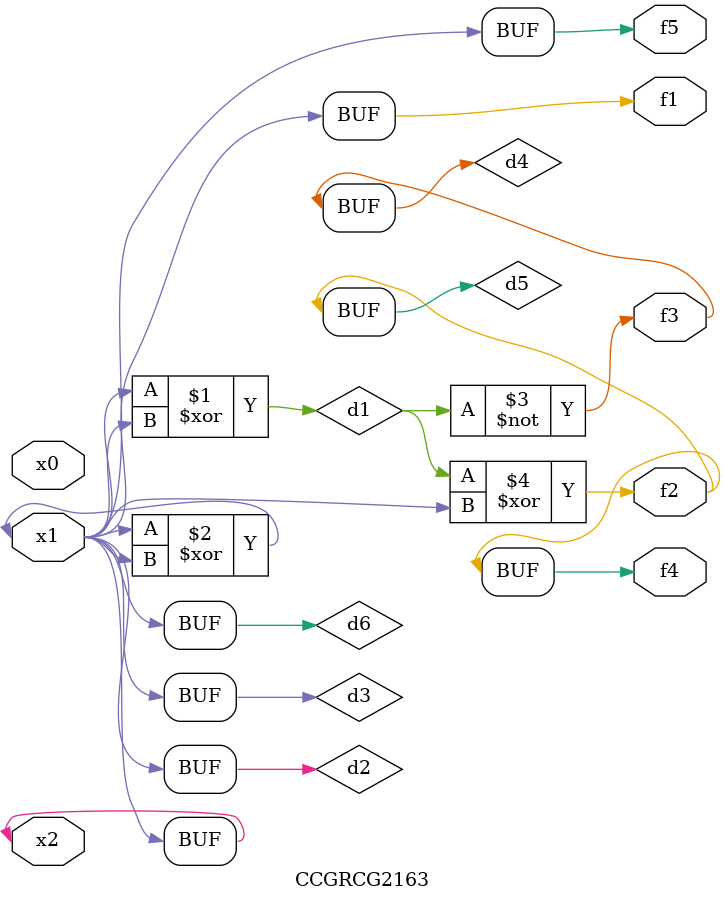
<source format=v>
module CCGRCG2163(
	input x0, x1, x2,
	output f1, f2, f3, f4, f5
);

	wire d1, d2, d3, d4, d5, d6;

	xor (d1, x1, x2);
	buf (d2, x1, x2);
	xor (d3, x1, x2);
	nor (d4, d1);
	xor (d5, d1, d2);
	buf (d6, d2, d3);
	assign f1 = d6;
	assign f2 = d5;
	assign f3 = d4;
	assign f4 = d5;
	assign f5 = d6;
endmodule

</source>
